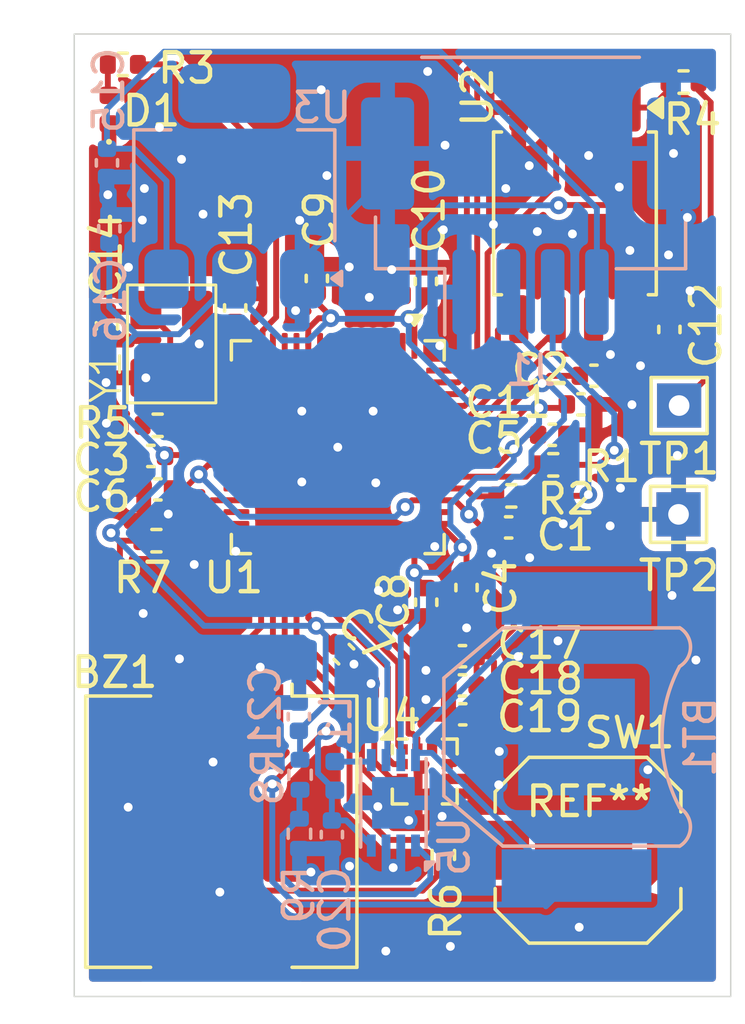
<source format=kicad_pcb>
(kicad_pcb (version 20241229) (generator "pcbnew") (generator_version "9.0")
  (layers (0 "F.Cu" signal) (4 "In1.Cu" signal) (6 "In2.Cu" signal) (2 "B.Cu" signal) (13 "F.Paste" user) (15 "B.Paste" user) (5 "F.SilkS" user "F.Silkscreen") (7 "B.SilkS" user "B.Silkscreen") (1 "F.Mask" user) (3 "B.Mask" user) (25 "Edge.Cuts" user))
  (net 0 "")
  (net 1 "+3.3V")
  (net 2 "GND")
  (net 3 "/BUZZ")
  (net 4 "+1V1")
  (net 5 "Net-(U1-XIN)")
  (net 6 "Net-(C14-Pad2)")
  (net 7 "+5V")
  (net 8 "Net-(D1-A)")
  (net 9 "/USB D+")
  (net 10 "/USB D-")
  (net 11 "Net-(U1-USB_DP)")
  (net 12 "Net-(U1-USB_DM)")
  (net 13 "/LED")
  (net 14 "/QSPI_SS")
  (net 15 "Net-(R4-Pad1)")
  (net 16 "Net-(U1-XOUT)")
  (net 17 "/ZERO")
  (net 18 "Net-(U1-RUN)")
  (net 25 "/ACC_SCL")
  (net 27 "/ACC_INT")
  (net 28 "/QSPI_SD0")
  (net 29 "/QSPI_SD3")
  (net 30 "/ACC_SDA")
  (net 31 "/QSPI_SCLK")
  (net 34 "/ACC_CS")
  (net 37 "/QSPI_SD1")
  (net 38 "/QSPI_SD2")
  (net 49 "/ACC_SDO")
  (net 54 "Net-(BT1-+)")
  (net 55 "Net-(U5-SW)")
  (net 56 "Net-(U5-V_{FB})")
  (footprint "Crystal:ABM8" (layer "F.Cu") (at 133.955 88.75 90)
    (property "Reference" "Y1")
    (property "Value" "Crystal_ABM8")
  )
  (footprint "Button_Switch_SMD:SW_Push_1TS009xxxx-xxxx-xxxx_6x6x5mm" (layer "F.Cu") (at 148.08 105.92)
    (property "Reference" "SW1")
    (property "Value" "SW_Push")
  )
  (footprint "Resistor_SMD:R_0402_1005Metric" (layer "F.Cu") (at 146.9 92.85)
    (property "Reference" "R1")
    (property "Value" "27.4")
  )
  (footprint "Capacitor_SMD:C_0402_1005Metric" (layer "F.Cu") (at 142.59 97.51 -90)
    (property "Reference" "C8")
    (property "Value" "100n")
  )
  (footprint "LED_SMD:LED_0402_1005Metric" (layer "F.Cu") (at 131.83 80.805 90)
    (property "Reference" "D1")
    (property "Value" "LED")
  )
  (footprint "Capacitor_SMD:C_0402_1005Metric" (layer "F.Cu") (at 143.9575 97.0125 90)
    (property "Reference" "C4")
    (property "Value" "1u")
  )
  (footprint "Package_SO:SOIC-8_5.3x5.3mm_P1.27mm" (layer "F.Cu") (at 147.635 84.3225 -90)
    (property "Reference" "U2")
    (property "Value" "W25Q128JVS")
  )
  (footprint "Capacitor_SMD:C_0402_1005Metric" (layer "F.Cu") (at 145.3875 94.9725 180)
    (property "Reference" "C1")
    (property "Value" "1u")
  )
  (footprint "Resistor_SMD:R_0402_1005Metric" (layer "F.Cu") (at 133.4375 95.4225)
    (property "Reference" "R7")
    (property "Value" "10k")
  )
  (footprint "Capacitor_SMD:C_0402_1005Metric" (layer "F.Cu") (at 139.8 99.27 -45)
    (property "Reference" "C7")
    (property "Value" "100n")
  )
  (footprint "Capacitor_SMD:C_0402_1005Metric" (layer "F.Cu") (at 131.76 88.14 90)
    (property "Reference" "C14")
    (property "Value" "15p")
  )
  (footprint "Resistor_SMD:R_0402_1005Metric" (layer "F.Cu") (at 145.4775 93.9025)
    (property "Reference" "R2")
    (property "Value" "27.4")
  )
  (footprint "Capacitor_SMD:C_0402_1005Metric" (layer "F.Cu") (at 133.4875 93.6825)
    (property "Reference" "C3")
    (property "Value" "100n")
  )
  (footprint "Resistor_SMD:R_0402_1005Metric" (layer "F.Cu") (at 132.3 79.27 180)
    (property "Reference" "R3")
    (property "Value" "220")
  )
  (footprint "TestPoint:TestPoint_THTPad_1.5x1.5mm_Drill0.7mm" (layer "F.Cu") (at 151.17 90.84 180)
    (property "Reference" "TP1")
    (property "Value" "BOOT")
  )
  (footprint "Capacitor_SMD:C_0402_1005Metric" (layer "F.Cu") (at 147.84 90.8)
    (property "Reference" "C11")
    (property "Value" "100n")
  )
  (footprint "Resistor_SMD:R_0402_1005Metric" (layer "F.Cu") (at 151.32 79.87 180)
    (property "Reference" "R4")
    (property "Value" "1k")
  )
  (footprint "Capacitor_SMD:C_0402_1005Metric" (layer "F.Cu") (at 138.88 86.53 90)
    (property "Reference" "C9")
    (property "Value" "100n")
  )
  (footprint "Capacitor_SMD:C_0402_1005Metric" (layer "F.Cu") (at 150.84 88.26 -90)
    (property "Reference" "C12")
    (property "Value" "100n")
  )
  (footprint "Capacitor_SMD:C_0402_1005Metric" (layer "F.Cu") (at 142.58 86.63 90)
    (property "Reference" "C10")
    (property "Value" "100n")
  )
  (footprint "Capacitor_SMD:C_0402_1005Metric" (layer "F.Cu") (at 143.82 100.33)
    (property "Reference" "C18")
    (property "Value" "10uF")
  )
  (footprint "Buzzer_Beeper:Buzzer_CUI_CPT-9019S-SMT" (layer "F.Cu") (at 135.64 105.29 -90)
    (property "Reference" "BZ1")
    (property "Value" "Buzzer")
  )
  (footprint "Package_LGA:LGA-12_2x2mm_P0.5mm" (layer "F.Cu") (at 142.54 103.25)
    (property "Reference" "U4")
    (property "Value" "LIS2HH12")
  )
  (footprint "Resistor_SMD:R_0402_1005Metric" (layer "F.Cu") (at 143.17 106.08 90)
    (property "Reference" "R6")
    (property "Value" "10k")
  )
  (footprint "TestPoint:TestPoint_THTPad_1.5x1.5mm_Drill0.7mm" (layer "F.Cu") (at 151.15 94.53 180)
    (property "Reference" "TP2")
    (property "Value" "BOOT")
  )
  (footprint "Resistor_SMD:R_0402_1005Metric" (layer "F.Cu") (at 133.48 91.51)
    (property "Reference" "R5")
    (property "Value" "1k")
  )
  (footprint "Capacitor_SMD:C_0402_1005Metric" (layer "F.Cu") (at 148.28 89.83 180)
    (property "Reference" "C2")
    (property "Value" "100n")
  )
  (footprint "Capacitor_SMD:C_0402_1005Metric" (layer "F.Cu") (at 143.83 101.31)
    (property "Reference" "C19")
    (property "Value" "100nF")
  )
  (footprint "Capacitor_SMD:C_0402_1005Metric" (layer "F.Cu") (at 146.8675 91.8325)
    (property "Reference" "C5")
    (property "Value" "100n")
  )
  (footprint "Capacitor_SMD:C_0402_1005Metric" (layer "F.Cu") (at 136.11 87.53 -90)
    (property "Reference" "C13")
    (property "Value" "15p")
  )
  (footprint "Capacitor_SMD:C_0402_1005Metric" (layer "F.Cu") (at 133.25 92.55 180)
    (property "Reference" "C6")
    (property "Value" "100n")
  )
  (footprint "Capacitor_SMD:C_0402_1005Metric" (layer "F.Cu") (at 143.82 99.34)
    (property "Reference" "C17")
    (property "Value" "100nF")
  )
  (footprint "Package_DFN_QFN:QFN-56-1EP_7x7mm_P0.4mm_EP3.2x3.2mm" (layer "F.Cu") (at 139.59 92.2525 -90)
    (property "Reference" "U1")
    (property "Value" "RP2040")
  )
  (footprint "Resistor_SMD:R_0402_1005Metric" (layer "B.Cu") (at 138.29 105.36 -90)
    (property "Reference" "R9")
    (property "Value" "562k")
  )
  (footprint "Package_TO_SOT_SMD:SOT-223-3_TabPin2" (layer "B.Cu") (at 136.08 83.4 90)
    (property "Reference" "U3")
    (property "Value" "NCP1117")
  )
  (footprint "Battery:BatteryHolder_Keystone_2998_1x6.8mm" (layer "B.Cu") (at 147.69 102.08 90)
    (property "Reference" "BT1")
    (property "Value" "1.5v Bat")
  )
  (footprint "Capacitor_SMD:C_0402_1005Metric" (layer "B.Cu") (at 138.27 101.39 90)
    (property "Reference" "C21")
    (property "Value" "10uF")
  )
  (footprint "Resistor_SMD:R_0402_1005Metric" (layer "B.Cu") (at 138.31 103.36 -90)
    (property "Reference" "R8")
    (property "Value" "976k")
  )
  (footprint "Capacitor_SMD:C_0402_1005Metric" (layer "B.Cu") (at 131.76 82.61 90)
    (property "Reference" "C15")
    (property "Value" "10u")
  )
  (footprint "Capacitor_SMD:C_0402_1005Metric" (layer "B.Cu") (at 131.84 84.84 -90)
    (property "Reference" "C16")
    (property "Value" "10u")
  )
  (footprint "Inductor_SMD:L_0402_1005Metric" (layer "B.Cu") (at 139.49 103.4 90)
    (property "Reference" "L1")
    (property "Value" "4.7uH")
  )
  (footprint "Connector_Molex:Molex_CLIK-Mate_502585-0470_1x04-1MP_P1.50mm_Horizontal" (layer "B.Cu") (at 146.13 84.415)
    (property "Reference" "J1")
    (property "Value" "Conn_01x04")
  )
  (footprint "Capacitor_SMD:C_0402_1005Metric" (layer "B.Cu") (at 139.39 105.39 -90)
    (property "Reference" "C20")
    (property "Value" "4.7uF")
  )
  (footprint "Package_DFN_QFN:DFN-8-1EP_3x2mm_P0.5mm_EP1.75x1.45mm" (layer "B.Cu") (at 141.4775 104.3125 90)
    (property "Reference" "U5")
    (property "Value" "MCP1640x-xMC")
  )
  (gr_rect (start 130.65 78.24) (end 152.92 110.88) (stroke (width 0.05)) (fill no) (layer "Edge.Cuts"))
  (segment (start 143.0275 94.8525) (end 143.8225 95.6475) (width 0.2) (layer "F.Cu") (net 1))
  (segment (start 150.14 85.16) (end 150.14 87.31) (width 0.2) (layer "F.Cu") (net 1))
  (segment (start 143.0275 94.4525) (end 143.0275 94.8525) (width 0.2) (layer "F.Cu") (net 1))
  (segment (start 132.9275 95.4225) (end 132.1625 95.4225) (width 0.2) (layer "F.Cu") (net 1))
  (segment (start 139.348155 87.879272) (end 138.940728 87.879272) (width 0.2) (layer "F.Cu") (net 1))
  (segment (start 146.0375 91.8325) (end 145.56 92.31) (width 0.2) (layer "F.Cu") (net 1))
  (segment (start 145.98 90.92) (end 144.4475 92.4525) (width 0.2) (layer "F.Cu") (net 1))
  (segment (start 147.36 90.8) (end 147.24 90.92) (width 0.2) (layer "F.Cu") (net 1))
  (segment (start 132.2 102.45) (end 137.04 107.29) (width 0.2) (layer "F.Cu") (net 1))
  (segment (start 142.19 88.47) (end 142.19 88.09) (width 0.2) (layer "F.Cu") (net 1))
  (segment (start 144.31 100.34) (end 144.3 100.33) (width 0.2) (layer "F.Cu") (net 1))
  (segment (start 143.3025 102.5) (end 144.31 101.4925) (width 0.2) (layer "F.Cu") (net 1))
  (segment (start 145.56 92.31) (end 145.0175 92.8525) (width 0.2) (layer "F.Cu") (net 1))
  (segment (start 142.57 87.12) (end 142.58 87.11) (width 0.2) (layer "F.Cu") (net 1))
  (segment (start 144.31 101.4925) (end 144.31 101.31) (width 0.2) (layer "F.Cu") (net 1))
  (segment (start 133.71 92.518406) (end 134.964494 92.518406) (width 0.2) (layer "F.Cu") (net 1))
  (segment (start 135.0304 92.4525) (end 136.1525 92.4525) (width 0.2) (layer "F.Cu") (net 1))
  (segment (start 144.62 99.34) (end 145.56 98.4) (width 0.2) (layer "F.Cu") (net 1))
  (segment (start 144.89 99.5325) (end 144.6975 99.34) (width 0.2) (layer "F.Cu") (net 1))
  (segment (start 132.1625 95.4225) (end 131.9 95.16) (width 0.2) (layer "F.Cu") (net 1))
  (segment (start 142 87.9) (end 142.57 87.33) (width 0.2) (layer "F.Cu") (net 1))
  (segment (start 149.54 87.91) (end 150.71 87.91) (width 0.2) (layer "F.Cu") (net 1))
  (segment (start 131.9 95.16) (end 132.2 95.46) (width 0.2) (layer "F.Cu") (net 1))
  (segment (start 142.47 107.29) (end 143.17 106.59) (width 0.2) (layer "F.Cu") (net 1))
  (segment (start 144.8625 96.5325) (end 143.9575 96.5325) (width 0.2) (layer "F.Cu") (net 1))
  (segment (start 144.3 99.34) (end 144.62 99.34) (width 0.2) (layer "F.Cu") (net 1))
  (segment (start 150.71 87.91) (end 150.84 87.78) (width 0.2) (layer "F.Cu") (net 1))
  (segment (start 145.56 97.23) (end 144.8625 96.5325) (width 0.2) (layer "F.Cu") (net 1))
  (segment (start 147.078909 84.048909) (end 147.087818 84.04) (width 0.2) (layer "F.Cu") (net 1))
  (segment (start 145.56 98.4) (end 145.56 97.23) (width 0.2) (layer "F.Cu") (net 1))
  (segment (start 146.3875 91.8325) (end 146.0375 91.8325) (width 0.2) (layer "F.Cu") (net 1))
  (segment (start 143.9575 95.7825) (end 143.9575 96.5325) (width 0.2) (layer "F.Cu") (net 1))
  (segment (start 142.19 95.69) (end 142.19 96.51) (width 0.2) (layer "F.Cu") (net 1))
  (segment (start 143.8225 95.6475) (end 143.9575 95.7825) (width 0.2) (layer "F.Cu") (net 1))
  (segment (start 138.59 88.23) (end 138.59 88.815) (width 0.2) (layer "F.Cu") (net 1))
  (segment (start 134.964494 92.518406) (end 135.0304 92.4525) (width 0.2) (layer "F.Cu") (net 1))
  (segment (start 144.3 100.33) (end 144.3 99.34) (width 0.2) (layer "F.Cu") (net 1))
  (segment (start 144.3 101.32) (end 144.31 101.31) (width 0.2) (layer "F.Cu") (net 1))
  (segment (start 144.6975 99.34) (end 144.3 99.34) (width 0.2) (layer "F.Cu") (net 1))
  (segment (start 139.460589 98.910589) (end 139.460589 98.930589) (width 0.2) (layer "F.Cu") (net 1))
  (segment (start 147.087818 84.04) (end 149.02 84.04) (width 0.2) (layer "F.Cu") (net 1))
  (segment (start 142.19 96.63) (end 142.59 97.03) (width 0.2) (layer "F.Cu") (net 1))
  (segment (start 142.57 87.33) (end 142.57 87.12) (width 0.2) (layer "F.Cu") (net 1))
  (segment (start 142.19 96.51) (end 142.19 96.63) (width 0.2) (layer "F.Cu") (net 1))
  (segment (start 138.86 98.31) (end 138.59 98.04) (width 0.2) (layer "F.Cu") (net 1))
  (segment (start 143.55 103) (end 144.89 101.66) (width 0.2) (layer "F.Cu") (net 1))
  (segment (start 145.0175 92.8525) (end 143.0275 92.8525) (width 0.2) (layer "F.Cu") (net 1))
  (segment (start 144.89 101.66) (end 144.89 99.5325) (width 0.2) (layer "F.Cu") (net 1))
  (segment (start 143.3025 103) (end 143.55 103) (width 0.2) (layer "F.Cu") (net 1))
  (segment (start 147.24 90.92) (end 146.42 90.92) (width 0.2) (layer "F.Cu") (net 1))
  (segment (start 139.349927 87.809927) (end 138.88 87.34) (width 0.2) (layer "F.Cu") (net 1))
  (segment (start 138.940728 87.879272) (end 138.59 88.23) (width 0.2) (layer "F.Cu") (net 1))
  (segment (start 150.14 87.31) (end 149.54 87.91) (width 0.2) (layer "F.Cu") (net 1))
  (segment (start 146.42 90.92) (end 145.98 90.92) (width 0.2) (layer "F.Cu") (net 1))
  (segment (start 138.86 98.31) (end 139.460589 98.910589) (width 0.2) (layer "F.Cu") (net 1))
  (segment (start 142.19 88.09) (end 142 87.9) (width 0.2) (layer "F.Cu") (net 1))
  (segment (start 144.4475 92.4525) (end 143.0275 92.4525) (width 0.2) (layer "F.Cu") (net 1))
  (segment (start 139.349927 87.8775) (end 139.349927 87.809927) (width 0.2) (layer "F.Cu") (net 1))
  (segment (start 149.02 84.04) (end 150.14 85.16) (width 0.2) (layer "F.Cu") (net 1))
  (segment (start 138.59 98.04) (end 138.59 95.69) (width 0.2) (layer "F.Cu") (net 1))
  (segment (start 138.88 87.34) (end 138.88 87.01) (width 0.2) (layer "F.Cu") (net 1))
  (segment (start 144.31 101.31) (end 144.31 100.34) (width 0.2) (layer "F.Cu") (net 1))
  (segment (start 137.04 107.29) (end 142.47 107.29) (width 0.2) (layer "F.Cu") (net 1))
  (segment (start 132.2 95.46) (end 132.2 102.45) (width 0.2) (layer "F.Cu") (net 1))
  (via (at 143.8225 95.6475) (size 0.6) (drill 0.3) (layers "F.Cu" "B.Cu") (net 1))
  (via (at 142 87.9) (size 0.6) (drill 0.3) (layers "F.Cu" "B.Cu") (net 1))
  (via (at 145.56 92.31) (size 0.6) (drill 0.3) (layers "F.Cu" "B.Cu") (net 1))
  (via (at 147.078909 84.048909) (size 0.6) (drill 0.3) (layers "F.Cu" "B.Cu") (net 1))
  (via (at 138.86 98.31) (size 0.6) (drill 0.3) (layers "F.Cu" "B.Cu") (net 1))
  (via (at 139.349927 87.8775) (size 0.6) (drill 0.3) (layers "F.Cu" "B.Cu") (net 1))
  (via (at 146.42 90.92) (size 0.6) (drill 0.3) (layers "F.Cu" "B.Cu") (net 1))
  (via (at 133.71 92.518406) (size 0.6) (drill 0.3) (layers "F.Cu" "B.Cu") (net 1))
  (via (at 142.19 96.51) (size 0.6) (drill 0.3) (layers "F.Cu" "B.Cu") (net 1))
  (via (at 131.9 95.16) (size 0.6) (drill 0.3) (layers "F.Cu" "B.Cu") (net 1))
  (segment (start 143.41 94.9) (end 143.8225 95.3125) (width 0.2) (layer "B.Cu") (net 1))
  (segment (start 131.84 85.32) (end 131.84 87.51) (width 0.2) (layer "B.Cu") (net 1))
  (segment (start 131.9 95.16) (end 135.05 98.31) (width 0.2) (layer "B.Cu") (net 1))
  (segment (start 145.56 92.31) (end 145.56 92.26) (width 0.2) (layer "B.Cu") (net 1))
  (segment (start 137.73 88.63) (end 137.715 88.645) (width 0.2) (layer "B.Cu") (net 1))
  (segment (start 132.75 88.42) (end 131.84 87.51) (width 0.2) (layer "B.Cu") (net 1))
  (segment (start 131.9 95.16) (end 133.71 93.35) (width 0.2) (layer "B.Cu") (net 1))
  (segment (start 142.19 96.51) (end 142.96 96.51) (width 0.2) (layer "B.Cu") (net 1))
  (segment (start 143.639 93.951) (end 143.41 94.18) (width 0.2) (layer "B.Cu") (net 1))
  (segment (start 139.18 100.96) (end 139.18 98.63) (width 0.2) (layer "B.Cu") (net 1))
  (segment (start 142.281 98.093967) (end 142.281 96.601) (width 0.2) (layer "B.Cu") (net 1))
  (segment (start 135.05 98.31) (end 138.86 98.31) (width 0.2) (layer "B.Cu") (net 1))
  (segment (start 141.271 99.591) (end 139.99 98.31) (width 0.2) (layer "B.Cu") (net 1))
  (segment (start 139.349927 87.8775) (end 138.597427 88.63) (width 0.2) (layer "B.Cu") (net 1))
  (segment (start 142.96 96.51) (end 143.8225 95.6475) (width 0.2) (layer "B.Cu") (net 1))
  (segment (start 142 87.9) (end 139.386112 87.9) (width 0.2) (layer "B.Cu") (net 1))
  (segment (start 144.22 90.92) (end 146.42 90.92) (width 0.2) (layer "B.Cu") (net 1))
  (segment (start 132.38 88.79) (end 132.75 88.42) (width 0.2) (layer "B.Cu") (net 1))
  (segment (start 141.271 102.574) (end 141.271 99.591) (width 0.2) (layer "B.Cu") (net 1))
  (segment (start 143.639 93.9439) (end 143.639 93.951) (width 0.2) (layer "B.Cu") (net 1))
  (segment (start 142 88.7) (end 144.22 90.92) (width 0.2) (layer "B.Cu") (net 1))
  (segment (start 146.42 90.92) (end 146.42 91.45) (width 0.2) (layer "B.Cu") (net 1))
  (segment (start 138.27 101.87) (end 139.18 100.96) (width 0.2) (layer "B.Cu") (net 1))
  (segment (start 132.38 91.188406) (end 132.38 88.79) (width 0.2) (layer "B.Cu") (net 1))
  (segment (start 133.71 93.35) (end 133.71 92.518406) (width 0.2) (layer "B.Cu") (net 1))
  (segment (start 146.42 91.45) (end 145.56 92.31) (width 0.2) (layer "B.Cu") (net 1))
  (segment (start 134.21 88.42) (end 136.08 86.55) (width 0.2) (layer "B.Cu") (net 1))
  (segment (start 141.2275 102.6175) (end 141.271 102.574) (width 0.2) (layer "B.Cu") (net 1))
  (segment (start 141.7275 102.6175) (end 141.7275 98.647467) (width 0.2) (layer "B.Cu") (net 1))
  (segment (start 133.71 92.518406) (end 132.38 91.188406) (width 0.2) (layer "B.Cu") (net 1))
  (segment (start 139.99 98.31) (end 138.86 98.31) (width 0.2) (layer "B.Cu") (net 1))
  (segment (start 147.078909 84.048909) (end 146.661091 84.048909) (width 0.2) (layer "B.Cu") (net 1))
  (segment (start 137.715 88.645) (end 136.08 87.01) (width 0.2) (layer "B.Cu") (net 1))
  (segment (start 143.8225 95.3125) (end 143.8225 95.6475) (width 0.2) (layer "B.Cu") (net 1))
  (segment (start 146.66 84.05) (end 143.11 84.05) (width 0.2) (layer "B.Cu") (net 1))
  (segment (start 136.08 87.01) (end 136.08 86.55) (width 0.2) (layer "B.Cu") (net 1))
  (segment (start 142.33 84.83) (end 142.33 87.57) (width 0.2) (layer "B.Cu") (net 1))
  (segment (start 143.11 84.05) (end 142.33 84.83) (width 0.2) (layer "B.Cu") (net 1))
  (segment (start 144.2929 93.29) (end 143.639 93.9439) (width 0.2) (layer "B.Cu") (net 1))
  (segment (start 144.97 93.29) (end 144.2929 93.29) (width 0.2) (layer "B.Cu") (net 1))
  (segment (start 146.661091 84.048909) (end 146.66 84.05) (width 0.2) (layer "B.Cu") (net 1))
  (segment (start 138.597427 88.63) (end 137.73 88.63) (width 0.2) (layer "B.Cu") (net 1))
  (segment (start 143.41 94.18) (end 143.41 94.9) (width 0.2) (layer "B.Cu") (net 1))
  (segment (start 142.281 96.601) (end 142.19 96.51) (width 0.2) (layer "B.Cu") (net 1))
  (segment (start 145.56 92.7) (end 144.97 93.29) (width 0.2) (layer "B.Cu") (net 1))
  (segment (start 132.75 88.42) (end 134.21 88.42) (width 0.2) (layer "B.Cu") (net 1))
  (segment (start 138.31 102.85) (end 138.31 101.91) (width 0.2) (layer "B.Cu") (net 1))
  (segment (start 141.7275 98.647467) (end 142.281 98.093967) (width 0.2) (layer "B.Cu") (net 1))
  (segment (start 145.56 92.31) (end 145.56 92.7) (width 0.2) (layer "B.Cu") (net 1))
  (segment (start 139.18 98.63) (end 138.86 98.31) (width 0.2) (layer "B.Cu") (net 1))
  (segment (start 142 87.9) (end 142 88.7) (width 0.2) (layer "B.Cu") (net 1))
  (segment (start 142.33 87.57) (end 142 87.9) (width 0.2) (layer "B.Cu") (net 1))
  (segment (start 142.59 97.99) (end 143.46 97.99) (width 0.2) (layer "F.Cu") (net 2))
  (segment (start 143.46 97.99) (end 143.9575 97.4925) (width 0.2) (layer "F.Cu") (net 2))
  (segment (start 142.59 98.59) (end 143.34 99.34) (width 0.2) (layer "F.Cu") (net 2))
  (segment (start 142.59 97.99) (end 142.59 98.59) (width 0.2) (layer "F.Cu") (net 2))
  (segment (start 138.1475 91.2525) (end 138.37 91.03) (width 0.2) (layer "F.Cu") (net 2))
  (segment (start 136.1525 91.2525) (end 138.1475 91.2525) (width 0.2) (layer "F.Cu") (net 2))
  (via (at 138.68 106.66) (size 0.6) (drill 0.3) (layers "F.Cu" "B.Cu") (net 2))
  (via (at 147.24 94.85) (size 0.6) (drill 0.3) (layers "F.Cu" "B.Cu") (net 2))
  (via (at 143.23 82.01) (size 0.6) (drill 0.3) (layers "F.Cu" "B.Cu") (net 2))
  (via (at 132.96 84.55) (size 0.6) (drill 0.3) (layers "F.Cu" "B.Cu") (net 2))
  (via (at 143.41 109.18) (size 0.6) (drill 0.3) (layers "F.Cu" "B.Cu") (net 2))
  (via (at 139.99 106.46) (size 0.6) (drill 0.3) (layers "F.Cu" "B.Cu") (net 2))
  (via (at 134.72 96.23) (size 0.6) (drill 0.3) (layers "F.Cu" "B.Cu") (net 2))
  (via (at 141.62 97.77) (size 0.6) (drill 0.3) (layers "F.Cu" "B.Cu") (net 2))
  (via (at 147.06 98.82) (size 0.6) (drill 0.3) (layers "F.Cu" "B.Cu") (net 2))
  (via (at 136.96 99.71) (size 0.6) (drill 0.3) (layers "F.Cu" "B.Cu") (net 2))
  (via (at 146.36 84.94) (size 0.6) (drill 0.3) (layers "F.Cu" "B.Cu") (net 2))
  (via (at 134.29 82.49) (size 0.6) (drill 0.3) (layers "F.Cu" "B.Cu") (net 2))
  (via (at 138.16 87.62) (size 0.6) (drill 0.3) (layers "F.Cu" "B.Cu") (net 2))
  (via (at 142.64 79.51) (size 0.6) (drill 0.3) (layers "F.Cu" "B.Cu") (net 2))
  (via (at 135.36 102.93) (size 0.6) (drill 0.3) (layers "F.Cu" "B.Cu") (net 2))
  (via (at 149.14 83.43) (size 0.6) (drill 0.3) (layers "F.Cu" "B.Cu") (net 2))
  (via (at 143.96 98.38) (size 0.6) (drill 0.3) (layers "F.Cu" "B.Cu") (net 2))
  (via (at 145.29 83.48) (size 0.6) (drill 0.3) (layers "F.Cu" "B.Cu") (net 2))
  (via (at 133.84 94.52) (size 0.6) (drill 0.3) (layers "F.Cu" "B.Cu") (net 2))
  (via (at 150.98 82.29) (size 0.6) (drill 0.3) (layers "F.Cu" "B.Cu") (net 2))
  (via (at 141.22 109.34) (size 0.6) (drill 0.3) (layers "F.Cu" "B.Cu") (net 2))
  (via (at 142.58 100.81) (size 0.6) (drill 0.3) (layers "F.Cu" "B.Cu") (net 2))
  (via (at 149.57 90.81) (size 0.6) (drill 0.3) (layers "F.Cu" "B.Cu") (net 2))
  (via (at 140.72 100.27) (size 0.6) (drill 0.3) (layers "F.Cu" "B.Cu") (net 2))
  (via (at 150.93 97.28) (size 0.6) (drill 0.3) (layers "F.Cu" "B.Cu") (net 2))
  (via (at 140.79 91.03) (size 0.6) (drill 0.3) (layers "F.Cu" "B.Cu") (net 2))
  (via (at 139.59 92.2525) (size 0.6) (drill 0.3) (layers "F.Cu" "B.Cu") (net 2))
  (via (at 131.79 83.69) (size 0.6) (drill 0.3) (layers "F.Cu" "B.Cu") (net 2))
  (via (at 145.07 102.57) (size 0.6) (drill 0.3) (layers "F.Cu" "B.Cu") (net 2))
  (via (at 135.02 84.35) (size 0.6) (drill 0.3) (layers "F.Cu" "B.Cu") (net 2))
  (via (at 148.84 89.11) (size 0.6) (drill 0.3) (layers "F.Cu" "B.Cu") (net 2))
  (via (at 143.13 104.77) (size 0.6) (drill 0.3) (layers "F.Cu" "B.Cu") (net 2))
  (via (at 132.48 104.46) (size 0.6) (drill 0.3) (layers "F.Cu" "B.Cu") (net 2))
  (via (at 151.74 99.47) (size 0.6) (drill 0.3) (layers "F.Cu" "B.Cu") (net 2))
  (via (at 147.55 85.02) (size 0.6) (drill 0.3) (layers "F.Cu" "B.Cu") (net 2))
  (via (at 142.58 99.82) (size 0.6) (drill 0.3) (layers "F.Cu" "B.Cu") (net 2))
  (via (at 149.86 89.49) (size 0.6) (drill 0.3) (layers "F.Cu" "B.Cu") (net 2))
  (via (at 134.89 88.75) (size 0.6) (drill 0.3) (layers "F.Cu" "B.Cu") (net 2))
  (via (at 132.49 86.15) (size 0.6) (drill 0.3) (layers "F.Cu" "B.Cu") (net 2))
  (via (at 151.54 86.95) (size 0.6) (drill 0.3) (layers "F.Cu" "B.Cu") (net 2))
  (via (at 131.74 91.44) (size 0.6) (drill 0.3) (layers "F.Cu" "B.Cu") (net 2))
  (via (at 146.1 96) (size 0.6) (drill 0.3) (layers "F.Cu" "B.Cu") (net 2))
  (via (at 138.37 91.03) (size 0.6) (drill 0.3) (layers "F.Cu" "B.Cu") (net 2))
  (via (at 149.5 85.58) (size 0.6) (drill 0.3) (layers "F.Cu" "B.Cu") (net 2))
  (via (at 133.08 89.9) (size 0.6) (drill 0.3) (layers "F.Cu" "B.Cu") (net 2))
  (via (at 139.22 83.04) (size 0.6) (drill 0.3) (layers "F.Cu" "B.Cu") (net 2))
  (via (at 142.88 95.62) (size 0.6) (drill 0.3) (layers "F.Cu" "B.Cu") (net 2))
  (via (at 146.085735 82.704265) (size 0.6) (drill 0.3) (layers "F.Cu" "B.Cu") (net 2))
  (via (at 150.81 85.73) (size 0.6) (drill 0.3) (layers "F.Cu" "B.Cu") (net 2))
  (via (at 140.95 104.44) (size 0.6) (drill 0.3) (layers "F.Cu" "B.Cu") (net 2))
  (via (at 132.99 97.89) (size 0.6) (drill 0.3) (layers "F.Cu" "B.Cu") (net 2))
  (via (at 144.81 95.85) (size 0.6) (drill 0.3) (layers "F.Cu" "B.Cu") (net 2))
  (via (at 141.42 86.23) (size 0.6) (drill 0.3) (layers "F.Cu" "B.Cu") (net 2))
  (via (at 148.83 94.92) (size 0.6) (drill 0.3) (layers "F.Cu" "B.Cu") (net 2))
  (via (at 139.98 86.14) (size 0.6) (drill 0.3) (layers "F.Cu" "B.Cu") (net 2))
  (via (at 149.18 93.64) (size 0.6) (drill 0.3) (layers "F.Cu" "B.Cu") (net 2))
  (via (at 145.71 99.35) (size 0.6) (drill 0.3) (layers "F.Cu" "B.Cu") (net 2))
  (via (at 135.59 107.34) (size 0.6) (drill 0.3) (layers "F.Cu" "B.Cu") (net 2))
  (via (at 140.139411 99.609411) (size 0.6) (drill 0.3) (layers "F.Cu" "B.Cu") (net 2))
  (via (at 133.03 83.48) (size 0.6) (drill 0.3) (layers "F.Cu" "B.Cu") (net 2))
  (via (at 151.11 92.53) (size 0.6) (drill 0.3) (layers "F.Cu" "B.Cu") (net 2))
  (via (at 140.88 93.46) (size 0.6) (drill 0.3) (layers "F.Cu" "B.Cu") (net 2))
  (via (at 136.13 95.78) (size 0.6) (drill 0.3) (layers "F.Cu" "B.Cu") (net 2))
  (via (at 143.05 88.81) (size 0.6) (drill 0.3) (layers "F.Cu" "B.Cu") (net 2))
  (via (at 147.78 108.53) (size 0.6) (drill 0.3) (layers "F.Cu" "B.Cu") (net 2))
  (via (at 133.54 81.41) (size 0.6) (drill 0.3) (layers "F.Cu" "B.Cu") (net 2))
  (via (at 148.1 82.36) (size 0.6) (drill 0.3) (layers "F.Cu" "B.Cu") (net 2))
  (via (at 143.17 84.88) (size 0.6) (drill 0.3) (layers "F.Cu" "B.Cu") (net 2))
  (via (at 144.870999 84.701183) (size 0.6) (drill 0.3) (layers "F.Cu" "B.Cu") (net 2))
  (via (at 138.3 84.56) (size 0.6) (drill 0.3) (layers "F.Cu" "B.Cu") (net 2))
  (via (at 150.11 103.19) (size 0.6) (drill 0.3) (layers "F.Cu" "B.Cu") (net 2))
  (via (at 145.05 103.7) (size 0.6) (drill 0.3) (layers "F.Cu" "B.Cu") (net 2))
  (via (at 151.45 84.46) (size 0.6) (drill 0.3) (layers "F.Cu" "B.Cu") (net 2))
  (via (at 131.74 93.86) (size 0.6) (drill 0.3) (layers "F.Cu" "B.Cu") (net 2))
  (via (at 141.47 106.51) (size 0.6) (drill 0.3) (layers "F.Cu" "B.Cu") (net 2))
  (via (at 140.969265 97.11) (size 0.6) (drill 0.3) (layers "F.Cu" "B.Cu") (net 2))
  (via (at 139.03 80.13) (size 0.6) (drill 0.3) (layers "F.Cu" "B.Cu") (net 2))
  (via (at 131.73 90.06) (size 0.6) (drill 0.3) (layers "F.Cu" "B.Cu") (net 2))
  (via (at 134.22 99.43) (size 0.6) (drill 0.3) (layers "F.Cu" "B.Cu") (net 2))
  (via (at 144.65 97.71) (size 0.6) (drill 0.3) (layers "F.Cu" "B.Cu") (net 2))
  (via (at 140.66 87.17) (size 0.6) (drill 0.3) (layers "F.Cu" "B.Cu") (net 2))
  (via (at 142 104.91) (size 0.6) (drill 0.3) (layers "F.Cu" "B.Cu") (net 2))
  (via (at 138.37 93.43) (size 0.6) (drill 0.3) (layers "F.Cu" "B.Cu") (net 2))
  (segment (start 141.28 82.29) (end 141.28 83.02) (width 0.2) (layer "B.Cu") (net 2))
  (segment (start 141.28 83.02) (end 137.82 86.48) (width 0.2) (layer "B.Cu") (net 2))
  (segment (start 136.99 98.35) (end 135.64 99.7) (width 0.2) (layer "F.Cu") (net 3))
  (segment (start 136.99 95.69) (end 136.99 98.35) (width 0.2) (layer "F.Cu") (net 3))
  (segment (start 135.64 99.7) (end 135.64 101.29) (width 0.2) (layer "F.Cu") (net 3))
  (segment (start 144.2775 92.0525) (end 143.0275 92.0525) (width 0.2) (layer "F.Cu") (net 4))
  (segment (start 135.1975 92.8525) (end 136.1525 92.8525) (width 0.2) (layer "F.Cu") (net 4))
  (segment (start 144.4825 94.9725) (end 144.9075 94.9725) (width 0.2) (layer "F.Cu") (net 4))
  (segment (start 134.3675 93.6825) (end 134.82 93.23) (width 0.2) (layer "F.Cu") (net 4))
  (segment (start 146.519265 90.089265) (end 146.77603 89.8325) (width 0.2) (layer "F.Cu") (net 4))
  (segment (start 143.0275 94.0525) (end 142.1075 94.0525) (width 0.2) (layer "F.Cu") (net 4))
  (segment (start 143.0275 94.0525) (end 143.5625 94.0525) (width 0.2) (layer "F.Cu") (net 4))
  (segment (start 133.9675 93.6825) (end 134.3675 93.6825) (width 0.2) (layer "F.Cu") (net 4))
  (segment (start 147.7975 89.8325) (end 147.8 89.83) (width 0.2) (layer "F.Cu") (net 4))
  (segment (start 142.1075 94.0525) (end 141.88 94.28) (width 0.2) (layer "F.Cu") (net 4))
  (segment (start 134.82 93.23) (end 134.875 93.175) (width 0.2) (layer "F.Cu") (net 4))
  (segment (start 134.875 93.175) (end 135.1975 92.8525) (width 0.2) (layer "F.Cu") (net 4))
  (segment (start 143.5625 94.0525) (end 144.04 94.53) (width 0.2) (layer "F.Cu") (net 4))
  (segment (start 146.77603 89.8325) (end 147.7975 89.8325) (width 0.2) (layer "F.Cu") (net 4))
  (segment (start 146.519265 90.089265) (end 146.240735 90.089265) (width 0.2) (layer "F.Cu") (net 4))
  (segment (start 144.04 94.53) (end 144.4825 94.9725) (width 0.2) (layer "F.Cu") (net 4))
  (segment (start 146.240735 90.089265) (end 144.2775 92.0525) (width 0.2) (layer "F.Cu") (net 4))
  (via (at 146.519265 90.089265) (size 0.6) (drill 0.3) (layers "F.Cu" "B.Cu") (net 4))
  (via (at 144.04 94.53) (size 0.6) (drill 0.3) (layers "F.Cu" "B.Cu") (net 4))
  (via (at 141.88 94.28) (size 0.6) (drill 0.3) (layers "F.Cu" "B.Cu") (net 4))
  (via (at 134.875 93.175) (size 0.6) (drill 0.3) (layers "F.Cu" "B.Cu") (net 4))
  (segment (start 144.04 94.11) (end 144.04 94.53) (width 0.2) (layer "B.Cu") (net 4))
  (segment (start 146.161 92.901443) (end 145.808943 93.2535) (width 0.2) (layer "B.Cu") (net 4))
  (segment (start 145.0886 93.691) (end 144.459 93.691) (width 0.2) (layer "B.Cu") (net 4))
  (segment (start 146.519265 90.089265) (end 146.727132 90.089265) (width 0.2) (layer "B.Cu") (net 4))
  (segment (start 146.727132 90.089265) (end 147.264992 90.627125) (width 0.2) (layer "B.Cu") (net 4))
  (segment (start 147.264992 90.627125) (end 147.264992 91.299565) (width 0.2) (layer "B.Cu") (net 4))
  (segment (start 141.88 94.28) (end 141.55 94.61) (width 0.2) (layer "B.Cu") (net 4))
  (segment (start 146.161 92.403557) (end 146.161 92.901443) (width 0.2) (layer "B.Cu") (net 4))
  (segment (start 144.459 93.691) (end 144.04 94.11) (width 0.2) (layer "B.Cu") (net 4))
  (segment (start 147.248307 91.31625) (end 146.161 92.403557) (width 0.2) (layer "B.Cu") (net 4))
  (segment (start 147.264992 91.299565) (end 147.248307 91.31625) (width 0.2) (layer "B.Cu") (net 4))
  (segment (start 141.55 94.61) (end 136.31 94.61) (width 0.2) (layer "B.Cu") (net 4))
  (segment (start 136.31 94.61) (end 134.875 93.175) (width 0.2) (layer "B.Cu") (net 4))
  (segment (start 145.808943 93.2535) (end 145.5261 93.2535) (width 0.2) (layer "B.Cu") (net 4))
  (segment (start 145.5261 93.2535) (end 145.0886 93.691) (width 0.2) (layer "B.Cu") (net 4))
  (segment (start 134.83 91.25) (end 135.2325 91.6525) (width 0.2) (layer "F.Cu") (net 5))
  (segment (start 136.11 88.62) (end 136.11 88.01) (width 0.2) (layer "F.Cu") (net 5))
  (segment (start 134.83 89.9) (end 134.83 91.25) (width 0.2) (layer "F.Cu") (net 5))
  (segment (start 135.2325 91.6525) (end 136.1525 91.6525) (width 0.2) (layer "F.Cu") (net 5))
  (segment (start 134.83 89.9) (end 136.11 88.62) (width 0.2) (layer "F.Cu") (net 5))
  (segment (start 133.906 90.586782) (end 133.906 88.426) (width 0.2) (layer "F.Cu") (net 6))
  (segment (start 132.97 91.51) (end 132.982782 91.51) (width 0.2) (layer "F.Cu") (net 6))
  (segment (start 133.02 87.66) (end 133.08 87.6) (width 0.2) (layer "F.Cu") (net 6))
  (segment (start 133.906 88.426) (end 133.08 87.6) (width 0.2) (layer "F.Cu") (net 6))
  (segment (start 131.76 87.66) (end 133.02 87.66) (width 0.2) (layer "F.Cu") (net 6))
  (segment (start 132.982782 91.51) (end 133.906 90.586782) (width 0.2) (layer "F.Cu") (net 6))
  (segment (start 133.699 78.841) (end 131.76 80.78) (width 0.2) (layer "B.Cu") (net 7))
  (segment (start 143.071 78.841) (end 133.699 78.841) (width 0.2) (layer "B.Cu") (net 7))
  (segment (start 131.76 82.13) (end 132.68 82.13) (width 0.2) (layer "B.Cu") (net 7))
  (segment (start 133.78 83.23) (end 133.78 86.55) (width 0.2) (layer "B.Cu") (net 7))
  (segment (start 148.38 86.99) (end 148.38 84.15) (width 0.2) (layer "B.Cu") (net 7))
  (segment (start 131.76 80.78) (end 131.76 82.13) (width 0.2) (layer "B.Cu") (net 7))
  (segment (start 148.38 84.15) (end 143.071 78.841) (width 0.2) (layer "B.Cu") (net 7))
  (segment (start 132.68 82.13) (end 133.78 83.23) (width 0.2) (layer "B.Cu") (net 7))
  (segment (start 131.79 80.28) (end 131.83 80.32) (width 0.2) (layer "F.Cu") (net 8))
  (segment (start 131.79 79.27) (end 131.79 80.28) (width 0.2) (layer "F.Cu") (net 8))
  (segment (start 147.5 92.85) (end 147.57 92.78) (width 0.2) (layer "F.Cu") (net 9))
  (segment (start 147.41 92.85) (end 148.48 92.85) (width 0.2) (layer "F.Cu") (net 9))
  (segment (start 147.41 92.85) (end 147.381 92.879) (width 0.2) (layer "F.Cu") (net 9))
  (segment (start 148.48 92.85) (end 148.97 92.36) (width 0.2) (layer "F.Cu") (net 9))
  (segment (start 147.41 92.85) (end 147.5 92.85) (width 0.2) (layer "F.Cu") (net 9))
  (via (at 148.97 92.36) (size 0.6) (drill 0.3) (layers "F.Cu" "B.Cu") (net 9))
  (segment (start 148.97 92.36) (end 148.97 91.13) (width 0.2) (layer "B.Cu") (net 9))
  (segment (start 146.88 89.032957) (end 146.88 86.99) (width 0.2) (layer "B.Cu") (net 9))
  (segment (start 148.491 90.643957) (end 146.88 89.032957) (width 0.2) (layer "B.Cu") (net 9))
  (segment (start 148.491 90.651) (end 148.491 90.643957) (width 0.2) (layer "B.Cu") (net 9))
  (segment (start 148.97 91.13) (end 148.491 90.651) (width 0.2) (layer "B.Cu") (net 9))
  (segment (start 148.0475 93.9025) (end 145.9875 93.9025) (width 0.2) (layer "F.Cu") (net 10))
  (segment (start 148.09 93.86) (end 148.0475 93.9025) (width 0.2) (layer "F.Cu") (net 10))
  (via (at 148.09 93.86) (size 0.6) (drill 0.3) (layers "F.Cu" "B.Cu") (net 10))
  (segment (start 148.09 90.810057) (end 148.09 93.86) (width 0.2) (layer "B.Cu") (net 10))
  (segment (start 145.38 86.99) (end 145.38 88.100057) (width 0.2) (layer "B.Cu") (net 10))
  (segment (start 148.09 93.86) (end 148.09 93.92) (width 0.2) (layer "B.Cu") (net 10))
  (segment (start 145.38 88.100057) (end 148.09 90.810057) (width 0.2) (layer "B.Cu") (net 10))
  (segment (start 145.9875 93.2525) (end 146.39 92.85) (width 0.2) (layer "F.Cu") (net 11))
  (segment (start 143.0275 93.2525) (end 145.9875 93.2525) (width 0.2) (layer "F.Cu") (net 11))
  (segment (start 143.0275 93.6525) (end 143.9025 93.6525) (width 0.2) (layer "F.Cu") (net 12))
  (segment (start 143.9025 93.6525) (end 144.17 93.92) (width 0.2) (layer "F.Cu") (net 12))
  (segment (start 144.17 93.92) (end 144.95 93.92) (width 0.2) (layer "F.Cu") (net 12))
  (segment (start 144.95 93.92) (end 144.9675 93.9025) (width 0.2) (layer "F.Cu") (net 12))
  (segment (start 136.99 88.815) (end 137.039 88.766) (width 0.2) (layer "F.Cu") (net 13))
  (segment (start 134.11 79.27) (end 132.81 79.27) (width 0.2) (layer "F.Cu") (net 13))
  (segment (start 137.5 87.840436) (end 137.5 82.66) (width 0.2) (layer "F.Cu") (net 13))
  (segment (start 137.039 88.301436) (end 137.5 87.840436) (width 0.2) (layer "F.Cu") (net 13))
  (segment (start 137.5 82.66) (end 134.11 79.27) (width 0.2) (layer "F.Cu") (net 13))
  (segment (start 137.039 88.766) (end 137.039 88.301436) (width 0.2) (layer "F.Cu") (net 13))
  (segment (start 147.98 78.85) (end 149.54 80.41) (width 0.2) (layer "F.Cu") (net 14))
  (segment (start 143.581112 89.6525) (end 143.97 89.263612) (width 0.2) (layer "F.Cu") (net 14))
  (segment (start 143.0275 89.6525) (end 143.581112 89.6525) (width 0.2) (layer "F.Cu") (net 14))
  (segment (start 150.81 80.15) (end 150.81 79.87) (width 0.2) (layer "F.Cu") (net 14))
  (segment (start 149.54 80.41) (end 149.54 80.735) (width 0.2) (layer "F.Cu") (net 14))
  (segment (start 143.97 89.263612) (end 143.97 79.47) (width 0.2) (layer "F.Cu") (net 14))
  (segment (start 149.54 80.735) (end 150.225 80.735) (width 0.2) (layer "F.Cu") (net 14))
  (segment (start 143.97 79.47) (end 144.59 78.85) (width 0.2) (layer "F.Cu") (net 14))
  (segment (start 150.225 80.735) (end 150.81 80.15) (width 0.2) (layer "F.Cu") (net 14))
  (segment (start 144.59 78.85) (end 147.98 78.85) (width 0.2) (layer "F.Cu") (net 14))
  (segment (start 151.83 80.15) (end 152.24 80.56) (width 0.2) (layer "F.Cu") (net 15))
  (segment (start 152.24 80.56) (end 152.24 89.77) (width 0.2) (layer "F.Cu") (net 15))
  (segment (start 152.24 89.77) (end 151.17 90.84) (width 0.2) (layer "F.Cu") (net 15))
  (segment (start 151.83 79.87) (end 151.83 80.15) (width 0.2) (layer "F.Cu") (net 15))
  (segment (start 134.29 91.51) (end 134.8325 92.0525) (width 0.2) (layer "F.Cu") (net 16))
  (segment (start 133.99 91.51) (end 134.29 91.51) (width 0.2) (layer "F.Cu") (net 16))
  (segment (start 134.8325 92.0525) (end 136.1525 92.0525) (width 0.2) (layer "F.Cu") (net 16))
  (segment (start 144.73 105.57) (end 145.08 105.92) (width 0.2) (layer "F.Cu") (net 17))
  (segment (start 137.39 95.69) (end 137.39 99.01) (width 0.2) (layer "F.Cu") (net 17))
  (segment (start 143.17 105.57) (end 144.73 105.57) (width 0.2) (layer "F.Cu") (net 17))
  (segment (start 144.81 106.19) (end 145.08 105.92) (width 0.2) (layer "F.Cu") (net 17))
  (segment (start 141.29 105.57) (end 143.17 105.57) (width 0.2) (layer "F.Cu") (net 17))
  (segment (start 137.39 99.01) (end 139.99 101.61) (width 0.2) (layer "F.Cu") (net 17))
  (segment (start 139.99 104.27) (end 141.29 105.57) (width 0.2) (layer "F.Cu") (net 17))
  (segment (start 139.99 101.61) (end 139.99 104.27) (width 0.2) (layer "F.Cu") (net 17))
  (segment (start 133.9475 95.4225) (end 135.3175 94.0525) (width 0.2) (layer "F.Cu") (net 18))
  (segment (start 135.3175 94.0525) (end 136.1525 94.0525) (width 0.2) (layer "F.Cu") (net 18))
  (segment (start 141.641 99.574612) (end 139.39 97.323612) (width 0.2) (layer "F.Cu") (net 25))
  (segment (start 141.641 102.3635) (end 141.641 99.574612) (width 0.2) (layer "F.Cu") (net 25))
  (segment (start 141.7775 102.5) (end 141.641 102.3635) (width 0.2) (layer "F.Cu") (net 25))
  (segment (start 139.39 97.31) (end 139.39 95.69) (width 0.2) (layer "F.Cu") (net 25))
  (segment (start 139.39 97.323612) (end 139.39 97.31) (width 0.2) (layer "F.Cu") (net 25))
  (segment (start 141.992 99.429223) (end 139.79 97.227224) (width 0.2) (layer "F.Cu") (net 27))
  (segment (start 141.992 101.9685) (end 141.992 99.429223) (width 0.2) (layer "F.Cu") (net 27))
  (segment (start 142.29 102.13) (end 142.1285 101.9685) (width 0.2) (layer "F.Cu") (net 27))
  (segment (start 142.29 102.4875) (end 142.29 102.13) (width 0.2) (layer "F.Cu") (net 27))
  (segment (start 139.79 97.227224) (end 139.79 95.69) (width 0.2) (layer "F.Cu") (net 27))
  (segment (start 142.1285 101.9685) (end 141.992 101.9685) (width 0.2) (layer "F.Cu") (net 27))
  (segment (start 143.0275 90.8525) (end 143.8875 90.8525) (width 0.2) (layer "F.Cu") (net 28))
  (segment (start 145.023 88.287) (end 145.4 87.91) (width 0.2) (layer "F.Cu") (net 28))
  (segment (start 145.4 87.91) (end 145.73 87.91) (width 0.2) (layer "F.Cu") (net 28))
  (segment (start 145.023 89.717) (end 145.023 88.287) (width 0.2) (layer "F.Cu") (net 28))
  (segment (start 143.8875 90.8525) (end 145.023 89.717) (width 0.2) (layer "F.Cu") (net 28))
  (segment (start 147.71 89.08) (end 148.27 88.52) (width 0.2) (layer "F.Cu") (net 29))
  (segment (start 144.1465 91.6035) (end 144.152888 91.6035) (width 0.2) (layer "F.Cu") (net 29))
  (segment (start 145.351 90.405388) (end 145.351 90.399) (width 0.2) (layer "F.Cu") (net 29))
  (segment (start 144.152888 91.6035) (end 145.351 90.405388) (width 0.2) (layer "F.Cu") (net 29))
  (segment (start 146.67 89.08) (end 147.71 89.08) (width 0.2) (layer "F.Cu") (net 29))
  (segment (start 144.0975 91.6525) (end 144.1465 91.6035) (width 0.2) (layer "F.Cu") (net 29))
  (segment (start 145.351 90.399) (end 146.67 89.08) (width 0.2) (layer "F.Cu") (net 29))
  (segment (start 143.0275 91.6525) (end 144.0975 91.6525) (width 0.2) (layer "F.Cu") (net 29))
  (segment (start 148.27 88.52) (end 148.27 87.91) (width 0.2) (layer "F.Cu") (net 29))
  (segment (start 140.41 103.12) (end 140.41 101.44) (width 0.2) (layer "F.Cu") (net 30))
  (segment (start 141.7775 104) (end 141.29 104) (width 0.2) (layer "F.Cu") (net 30))
  (segment (start 141.29 104) (end 140.41 103.12) (width 0.2) (layer "F.Cu") (net 30))
  (segment (start 140.41 101.44) (end 137.79 98.82) (width 0.2) (layer "F.Cu") (net 30))
  (segment (start 137.79 98.82) (end 137.79 95.69) (width 0.2) (layer "F.Cu") (net 30))
  (segment (start 147 88.19) (end 147 87.91) (width 0.2) (layer "F.Cu") (net 31))
  (segment (start 147 88.26) (end 147 87.91) (width 0.2) (layer "F.Cu") (net 31))
  (segment (start 146.524612 88.729) (end 146.531 88.729) (width 0.2) (layer "F.Cu") (net 31))
  (segment (start 144.0075 91.2525) (end 145 90.26) (width 0.2) (layer "F.Cu") (net 31))
  (segment (start 143.0275 91.2525) (end 144.0075 91.2525) (width 0.2) (layer "F.Cu") (net 31))
  (segment (start 146.531 88.729) (end 147 88.26) (width 0.2) (layer "F.Cu") (net 31))
  (segment (start 145 90.26) (end 145 90.253612) (width 0.2) (layer "F.Cu") (net 31))
  (segment (start 145 90.253612) (end 146.524612 88.729) (width 0.2) (layer "F.Cu") (net 31))
  (segment (start 141.29 99.72) (end 138.99 97.42) (width 0.2) (layer "F.Cu") (net 34))
  (segment (start 141.48 103) (end 141.29 102.81) (width 0.2) (layer "F.Cu") (net 34))
  (segment (start 141.7775 103) (end 141.48 103) (width 0.2) (layer "F.Cu") (net 34))
  (segment (start 138.99 97.42) (end 138.99 95.69) (width 0.2) (layer "F.Cu") (net 34))
  (segment (start 141.29 102.81) (end 141.29 99.72) (width 0.2) (layer "F.Cu") (net 34))
  (segment (start 143.6775 90.0525) (end 144.321 89.409) (width 0.2) (layer "F.Cu") (net 37))
  (segment (start 147.391 79.201) (end 148.27 80.08) (width 0.2) (layer "F.Cu") (net 37))
  (segment (start 144.321 79.649) (end 144.769 79.201) (width 0.2) (layer "F.Cu") (net 37))
  (segment (start 144.321 89.409) (end 144.321 79.649) (width 0.2) (layer "F.Cu") (net 37))
  (segment (start 144.769 79.201) (end 147.391 79.201) (width 0.2) (layer "F.Cu") (net 37))
  (segment (start 148.27 80.08) (end 148.27 80.735) (width 0.2) (layer "F.Cu") (net 37))
  (segment (start 143.0275 90.0525) (end 143.6775 90.0525) (width 0.2) (layer "F.Cu") (net 37))
  (segment (start 143.7775 90.4525) (end 144.672 89.558) (width 0.2) (layer "F.Cu") (net 38))
  (segment (start 143.0275 90.4525) (end 143.7775 90.4525) (width 0.2) (layer "F.Cu") (net 38))
  (segment (start 144.672 85.678) (end 147 83.35) (width 0.2) (layer "F.Cu") (net 38))
  (segment (start 144.672 89.558) (end 144.672 85.678) (width 0.2) (layer "F.Cu") (net 38))
  (segment (start 147 83.35) (end 147 80.735) (width 0.2) (layer "F.Cu") (net 38))
  (segment (start 140.83 102.92) (end 140.83 101.27) (width 0.2) (layer "F.Cu") (net 49))
  (segment (start 140.83 101.27) (end 138.19 98.63) (width 0.2) (layer "F.Cu") (net 49))
  (segment (start 141.41 103.5) (end 140.83 102.92) (width 0.2) (layer "F.Cu") (net 49))
  (segment (start 138.19 98.63) (end 138.19 95.69) (width 0.2) (layer "F.Cu") (net 49))
  (segment (start 141.7775 103.5) (end 141.41 103.5) (width 0.2) (layer "F.Cu") (net 49))
  (segment (start 137.368 103.672) (end 139.16 101.88) (width 0.2) (layer "F.Cu") (net 54))
  (segment (start 139.16 101.88) (end 139.19 101.88) (width 0.2) (layer "F.Cu") (net 54))
  (via (at 137.368 103.672) (size 0.6) (drill 0.3) (layers "F.Cu" "B.Cu") (net 54))
  (via (at 139.19 101.88) (size 0.6) (drill 0.3) (layers "F.Cu" "B.Cu") (net 54))
  (segment (start 138.155612 107.762) (end 137.368 106.974388) (width 0.2) (layer "B.Cu") (net 54))
  (segment (start 139.39 104.91) (end 139.875 104.91) (width 0.2) (layer "B.Cu") (net 54))
  (segment (start 138.919 102.151) (end 138.919 103.314) (width 0.2) (layer "B.Cu") (net 54))
  (segment (start 147.69 106.78) (end 146.708 107.762) (width 0.2) (layer "B.Cu") (net 54))
  (segment (start 142.2275 102.6175) (end 142.7775 102.6175) (width 0.2) (layer "B.Cu") (net 54))
  (segment (start 142.7775 102.6175) (end 146.94 106.78) (width 0.2) (layer "B.Cu") (net 54))
  (segment (start 139.39 104.91) (end 139.39 103.885) (width 0.2) (layer "B.Cu") (net 54))
  (segment (start 137.368 106.974388) (end 137.368 103.672) (width 0.2) (layer "B.Cu") (net 54))
  (segment (start 146.94 106.78) (end 147.69 106.78) (width 0.2) (layer "B.Cu") (net 54))
  (segment (start 138.919 103.314) (end 139.49 103.885) (width 0.2) (layer "B.Cu") (net 54))
  (segment (start 146.708 107.762) (end 138.155612 107.762) (width 0.2) (layer "B.Cu") (net 54))
  (segment (start 139.875 104.91) (end 140.7275 105.7625) (width 0.2) (layer "B.Cu") (net 54))
  (segment (start 147.69 106.78) (end 146.65 107.82) (width 0.2) (layer "B.Cu") (net 54))
  (segment (start 142.2275 102.053268) (end 146.900768 97.38) (width 0.2) (layer "B.Cu") (net 54))
  (segment (start 142.2275 102.8625) (end 142.2275 102.053268) (width 0.2) (layer "B.Cu") (net 54))
  (segment (start 139.19 101.88) (end 138.919 102.151) (width 0.2) (layer "B.Cu") (net 54))
  (segment (start 139.3 104.83) (end 139.28 104.85) (width 0.2) (layer "B.Cu") (net 54))
  (segment (start 146.900768 97.38) (end 147.69 97.38) (width 0.2) (layer "B.Cu") (net 54))
  (segment (start 139.39 102.915) (end 140.675 102.915) (width 0.2) (layer "B.Cu") (net 55))
  (segment (start 140.7 102.835) (end 140.7275 102.8625) (width 0.2) (layer "B.Cu") (net 55))
  (segment (start 140.675 102.915) (end 140.7275 102.8625) (width 0.2) (layer "B.Cu") (net 55))
  (segment (start 137.719 106.829) (end 138.301 107.411) (width 0.2) (layer "B.Cu") (net 56))
  (segment (start 142.73 106.265) (end 142.2275 105.7625) (width 0.2) (layer "B.Cu") (net 56))
  (segment (start 138.29 103.89) (end 138.31 103.87) (width 0.2) (layer "B.Cu") (net 56))
  (segment (start 138.301 107.411) (end 142.199 107.411) (width 0.2) (layer "B.Cu") (net 56))
  (segment (start 137.719 105.421) (end 137.719 106.829) (width 0.2) (layer "B.Cu") (net 56))
  (segment (start 142.199 107.411) (end 142.73 106.88) (width 0.2) (layer "B.Cu") (net 56))
  (segment (start 142.73 106.88) (end 142.73 106.265) (width 0.2) (layer "B.Cu") (net 56))
  (segment (start 138.29 104.85) (end 138.29 103.89) (width 0.2) (layer "B.Cu") (net 56))
  (segment (start 138.29 104.85) (end 137.719 105.421) (width 0.2) (layer "B.Cu") (net 56))
  (zone (net 2) (net_name "GND") (layers "F.Cu" "B.Cu" "In1.Cu" "In2.Cu") (connect_pads (clearance 0.2)) (min_thickness 0.25) (fill yes (thermal_gap 0.5) (thermal_bridge_width 0.5))
    (polygon (pts (xy 130.16 77.57) (xy 153.43 77.65) (xy 153.4 111.52) (xy 129.84 111.81)))
  )
)
</source>
